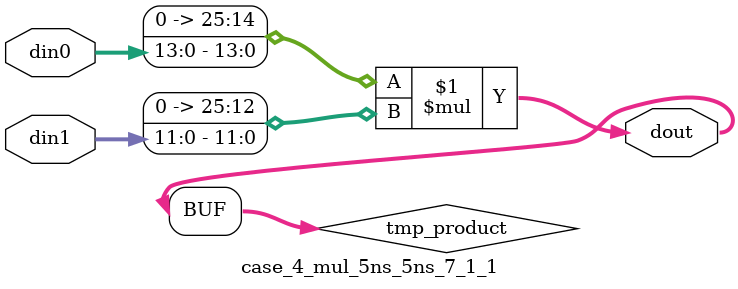
<source format=v>

`timescale 1 ns / 1 ps

 (* use_dsp = "no" *)  module case_4_mul_5ns_5ns_7_1_1(din0, din1, dout);
parameter ID = 1;
parameter NUM_STAGE = 0;
parameter din0_WIDTH = 14;
parameter din1_WIDTH = 12;
parameter dout_WIDTH = 26;

input [din0_WIDTH - 1 : 0] din0; 
input [din1_WIDTH - 1 : 0] din1; 
output [dout_WIDTH - 1 : 0] dout;

wire signed [dout_WIDTH - 1 : 0] tmp_product;
























assign tmp_product = $signed({1'b0, din0}) * $signed({1'b0, din1});











assign dout = tmp_product;





















endmodule

</source>
